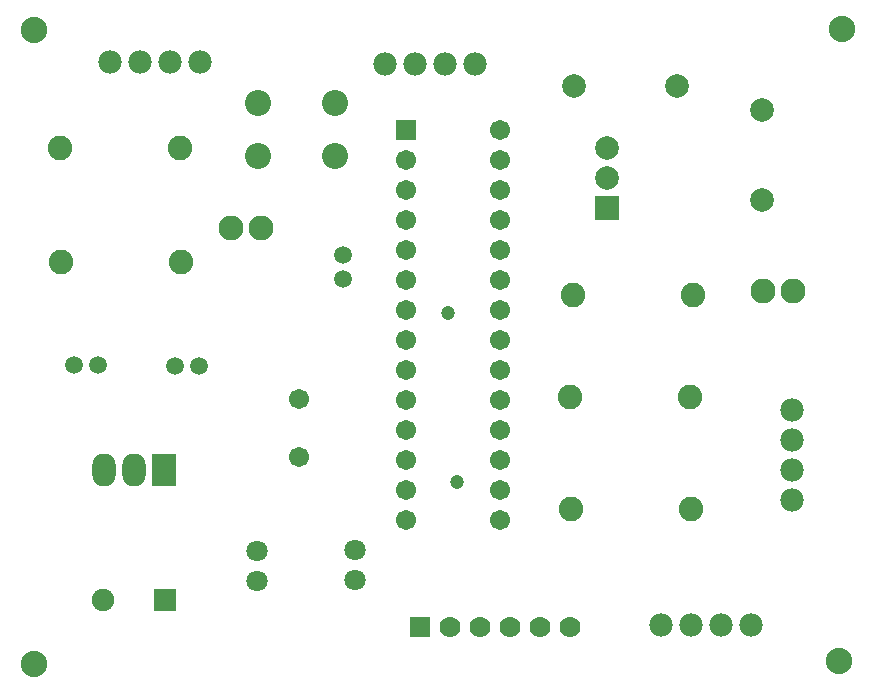
<source format=gbr>
G04*
G04 #@! TF.GenerationSoftware,Altium Limited,Altium Designer,22.4.2 (48)*
G04*
G04 Layer_Color=16711935*
%FSLAX44Y44*%
%MOMM*%
G71*
G04*
G04 #@! TF.SameCoordinates,56AA56CD-0744-4D03-8E98-C57D4A394C97*
G04*
G04*
G04 #@! TF.FilePolarity,Negative*
G04*
G01*
G75*
%ADD18C,2.0032*%
%ADD19C,1.7032*%
%ADD20R,1.7032X1.7032*%
%ADD21C,2.2352*%
%ADD22C,2.1032*%
%ADD23C,1.5032*%
%ADD24C,1.8032*%
%ADD25C,1.9812*%
%ADD26C,1.7780*%
%ADD27R,1.7780X1.7780*%
%ADD28R,1.9032X1.9032*%
%ADD29C,1.9032*%
%ADD30R,2.0032X2.0032*%
%ADD31C,2.0828*%
%ADD32C,2.2032*%
%ADD33O,2.0032X2.8032*%
%ADD34R,2.0032X2.8032*%
%ADD35C,1.2032*%
D18*
X1018152Y-1619164D02*
D03*
Y-1695364D02*
D03*
X946004Y-1598969D02*
D03*
X859003D02*
D03*
X886948Y-1676535D02*
D03*
Y-1651136D02*
D03*
D19*
X796256Y-1966643D02*
D03*
Y-1941243D02*
D03*
Y-1915843D02*
D03*
Y-1890443D02*
D03*
Y-1865043D02*
D03*
Y-1839643D02*
D03*
Y-1814243D02*
D03*
Y-1788843D02*
D03*
Y-1763443D02*
D03*
Y-1738043D02*
D03*
Y-1712643D02*
D03*
Y-1687243D02*
D03*
Y-1661843D02*
D03*
Y-1636443D02*
D03*
X716257Y-1966643D02*
D03*
Y-1941243D02*
D03*
Y-1915843D02*
D03*
Y-1890443D02*
D03*
Y-1865043D02*
D03*
Y-1839643D02*
D03*
Y-1814243D02*
D03*
Y-1788843D02*
D03*
Y-1763443D02*
D03*
Y-1738043D02*
D03*
Y-1712643D02*
D03*
Y-1687243D02*
D03*
Y-1661843D02*
D03*
X626073Y-1864162D02*
D03*
Y-1912962D02*
D03*
D20*
X716257Y-1636443D02*
D03*
D21*
X401732Y-2088531D02*
D03*
X1083170Y-2085480D02*
D03*
X401732Y-1551677D02*
D03*
X1085610Y-1551067D02*
D03*
D22*
X1044479Y-1772913D02*
D03*
X1019079D02*
D03*
X568060Y-1719101D02*
D03*
X593460D02*
D03*
D23*
X663023Y-1742203D02*
D03*
Y-1762203D02*
D03*
X541452Y-1835909D02*
D03*
X521452D02*
D03*
X435890Y-1834969D02*
D03*
X455890D02*
D03*
D24*
X673085Y-1991511D02*
D03*
Y-2016911D02*
D03*
X590344Y-1992452D02*
D03*
Y-2017852D02*
D03*
D25*
X698445Y-1580164D02*
D03*
X723845D02*
D03*
X749245D02*
D03*
X774645D02*
D03*
X542393Y-1578284D02*
D03*
X516993D02*
D03*
X491593D02*
D03*
X466193D02*
D03*
X1043539Y-1949691D02*
D03*
Y-1924291D02*
D03*
Y-1898891D02*
D03*
Y-1873491D02*
D03*
X932563Y-2054984D02*
D03*
X957963D02*
D03*
X983363D02*
D03*
X1008764D02*
D03*
D26*
X855518Y-2056864D02*
D03*
X830118D02*
D03*
X804718D02*
D03*
X779318D02*
D03*
X753918D02*
D03*
D27*
X728518D02*
D03*
D28*
X512559Y-2034299D02*
D03*
D29*
X459727D02*
D03*
D30*
X886948Y-1701935D02*
D03*
D31*
X855464Y-1862235D02*
D03*
X957064D02*
D03*
X423895Y-1651622D02*
D03*
X525495D02*
D03*
X424835Y-1747527D02*
D03*
X526435D02*
D03*
X958004Y-1957199D02*
D03*
X856404D02*
D03*
X959279Y-1776194D02*
D03*
X857679D02*
D03*
D32*
X591693Y-1613139D02*
D03*
X656692D02*
D03*
Y-1658138D02*
D03*
X591693D02*
D03*
D33*
X485965Y-1924291D02*
D03*
X460564Y-1924191D02*
D03*
D34*
X511365Y-1924291D02*
D03*
D35*
X759968Y-1934154D02*
D03*
X752348Y-1790763D02*
D03*
M02*

</source>
